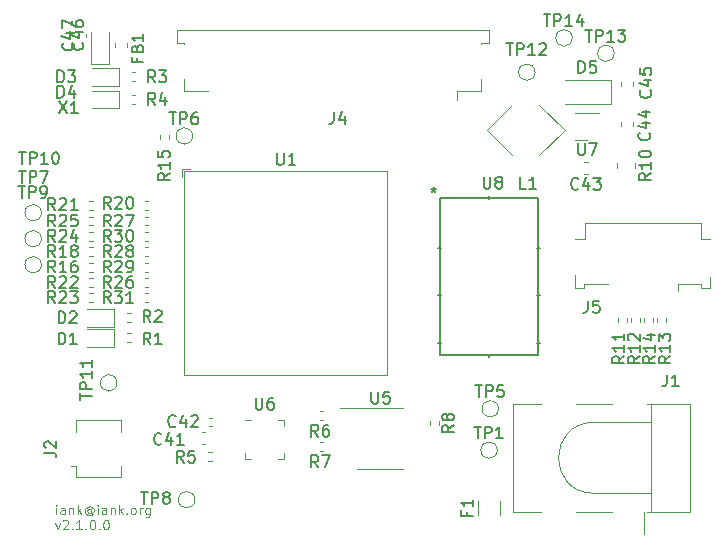
<source format=gbr>
%TF.GenerationSoftware,KiCad,Pcbnew,5.1.8-db9833491~88~ubuntu20.04.1*%
%TF.CreationDate,2021-01-09T17:29:30-05:00*%
%TF.ProjectId,julia_v2.1.0.0,6a756c69-615f-4763-922e-312e302e302e,rev?*%
%TF.SameCoordinates,Original*%
%TF.FileFunction,Legend,Top*%
%TF.FilePolarity,Positive*%
%FSLAX46Y46*%
G04 Gerber Fmt 4.6, Leading zero omitted, Abs format (unit mm)*
G04 Created by KiCad (PCBNEW 5.1.8-db9833491~88~ubuntu20.04.1) date 2021-01-09 17:29:30*
%MOMM*%
%LPD*%
G01*
G04 APERTURE LIST*
%ADD10C,0.100000*%
%ADD11C,0.120000*%
%ADD12C,0.152400*%
%ADD13C,0.150000*%
G04 APERTURE END LIST*
D10*
X81655476Y-130311904D02*
X81655476Y-129778571D01*
X81655476Y-129511904D02*
X81617380Y-129550000D01*
X81655476Y-129588095D01*
X81693571Y-129550000D01*
X81655476Y-129511904D01*
X81655476Y-129588095D01*
X82379285Y-130311904D02*
X82379285Y-129892857D01*
X82341190Y-129816666D01*
X82265000Y-129778571D01*
X82112619Y-129778571D01*
X82036428Y-129816666D01*
X82379285Y-130273809D02*
X82303095Y-130311904D01*
X82112619Y-130311904D01*
X82036428Y-130273809D01*
X81998333Y-130197619D01*
X81998333Y-130121428D01*
X82036428Y-130045238D01*
X82112619Y-130007142D01*
X82303095Y-130007142D01*
X82379285Y-129969047D01*
X82760238Y-129778571D02*
X82760238Y-130311904D01*
X82760238Y-129854761D02*
X82798333Y-129816666D01*
X82874523Y-129778571D01*
X82988809Y-129778571D01*
X83065000Y-129816666D01*
X83103095Y-129892857D01*
X83103095Y-130311904D01*
X83484047Y-130311904D02*
X83484047Y-129511904D01*
X83560238Y-130007142D02*
X83788809Y-130311904D01*
X83788809Y-129778571D02*
X83484047Y-130083333D01*
X84626904Y-129930952D02*
X84588809Y-129892857D01*
X84512619Y-129854761D01*
X84436428Y-129854761D01*
X84360238Y-129892857D01*
X84322142Y-129930952D01*
X84284047Y-130007142D01*
X84284047Y-130083333D01*
X84322142Y-130159523D01*
X84360238Y-130197619D01*
X84436428Y-130235714D01*
X84512619Y-130235714D01*
X84588809Y-130197619D01*
X84626904Y-130159523D01*
X84626904Y-129854761D02*
X84626904Y-130159523D01*
X84665000Y-130197619D01*
X84703095Y-130197619D01*
X84779285Y-130159523D01*
X84817380Y-130083333D01*
X84817380Y-129892857D01*
X84741190Y-129778571D01*
X84626904Y-129702380D01*
X84474523Y-129664285D01*
X84322142Y-129702380D01*
X84207857Y-129778571D01*
X84131666Y-129892857D01*
X84093571Y-130045238D01*
X84131666Y-130197619D01*
X84207857Y-130311904D01*
X84322142Y-130388095D01*
X84474523Y-130426190D01*
X84626904Y-130388095D01*
X84741190Y-130311904D01*
X85160238Y-130311904D02*
X85160238Y-129778571D01*
X85160238Y-129511904D02*
X85122142Y-129550000D01*
X85160238Y-129588095D01*
X85198333Y-129550000D01*
X85160238Y-129511904D01*
X85160238Y-129588095D01*
X85884047Y-130311904D02*
X85884047Y-129892857D01*
X85845952Y-129816666D01*
X85769761Y-129778571D01*
X85617380Y-129778571D01*
X85541190Y-129816666D01*
X85884047Y-130273809D02*
X85807857Y-130311904D01*
X85617380Y-130311904D01*
X85541190Y-130273809D01*
X85503095Y-130197619D01*
X85503095Y-130121428D01*
X85541190Y-130045238D01*
X85617380Y-130007142D01*
X85807857Y-130007142D01*
X85884047Y-129969047D01*
X86265000Y-129778571D02*
X86265000Y-130311904D01*
X86265000Y-129854761D02*
X86303095Y-129816666D01*
X86379285Y-129778571D01*
X86493571Y-129778571D01*
X86569761Y-129816666D01*
X86607857Y-129892857D01*
X86607857Y-130311904D01*
X86988809Y-130311904D02*
X86988809Y-129511904D01*
X87065000Y-130007142D02*
X87293571Y-130311904D01*
X87293571Y-129778571D02*
X86988809Y-130083333D01*
X87636428Y-130235714D02*
X87674523Y-130273809D01*
X87636428Y-130311904D01*
X87598333Y-130273809D01*
X87636428Y-130235714D01*
X87636428Y-130311904D01*
X88131666Y-130311904D02*
X88055476Y-130273809D01*
X88017380Y-130235714D01*
X87979285Y-130159523D01*
X87979285Y-129930952D01*
X88017380Y-129854761D01*
X88055476Y-129816666D01*
X88131666Y-129778571D01*
X88245952Y-129778571D01*
X88322142Y-129816666D01*
X88360238Y-129854761D01*
X88398333Y-129930952D01*
X88398333Y-130159523D01*
X88360238Y-130235714D01*
X88322142Y-130273809D01*
X88245952Y-130311904D01*
X88131666Y-130311904D01*
X88741190Y-130311904D02*
X88741190Y-129778571D01*
X88741190Y-129930952D02*
X88779285Y-129854761D01*
X88817380Y-129816666D01*
X88893571Y-129778571D01*
X88969761Y-129778571D01*
X89579285Y-129778571D02*
X89579285Y-130426190D01*
X89541190Y-130502380D01*
X89503095Y-130540476D01*
X89426904Y-130578571D01*
X89312619Y-130578571D01*
X89236428Y-130540476D01*
X89579285Y-130273809D02*
X89503095Y-130311904D01*
X89350714Y-130311904D01*
X89274523Y-130273809D01*
X89236428Y-130235714D01*
X89198333Y-130159523D01*
X89198333Y-129930952D01*
X89236428Y-129854761D01*
X89274523Y-129816666D01*
X89350714Y-129778571D01*
X89503095Y-129778571D01*
X89579285Y-129816666D01*
X81579285Y-131078571D02*
X81769761Y-131611904D01*
X81960238Y-131078571D01*
X82226904Y-130888095D02*
X82265000Y-130850000D01*
X82341190Y-130811904D01*
X82531666Y-130811904D01*
X82607857Y-130850000D01*
X82645952Y-130888095D01*
X82684047Y-130964285D01*
X82684047Y-131040476D01*
X82645952Y-131154761D01*
X82188809Y-131611904D01*
X82684047Y-131611904D01*
X83026904Y-131535714D02*
X83065000Y-131573809D01*
X83026904Y-131611904D01*
X82988809Y-131573809D01*
X83026904Y-131535714D01*
X83026904Y-131611904D01*
X83826904Y-131611904D02*
X83369761Y-131611904D01*
X83598333Y-131611904D02*
X83598333Y-130811904D01*
X83522142Y-130926190D01*
X83445952Y-131002380D01*
X83369761Y-131040476D01*
X84169761Y-131535714D02*
X84207857Y-131573809D01*
X84169761Y-131611904D01*
X84131666Y-131573809D01*
X84169761Y-131535714D01*
X84169761Y-131611904D01*
X84703095Y-130811904D02*
X84779285Y-130811904D01*
X84855476Y-130850000D01*
X84893571Y-130888095D01*
X84931666Y-130964285D01*
X84969761Y-131116666D01*
X84969761Y-131307142D01*
X84931666Y-131459523D01*
X84893571Y-131535714D01*
X84855476Y-131573809D01*
X84779285Y-131611904D01*
X84703095Y-131611904D01*
X84626904Y-131573809D01*
X84588809Y-131535714D01*
X84550714Y-131459523D01*
X84512619Y-131307142D01*
X84512619Y-131116666D01*
X84550714Y-130964285D01*
X84588809Y-130888095D01*
X84626904Y-130850000D01*
X84703095Y-130811904D01*
X85312619Y-131535714D02*
X85350714Y-131573809D01*
X85312619Y-131611904D01*
X85274523Y-131573809D01*
X85312619Y-131535714D01*
X85312619Y-131611904D01*
X85845952Y-130811904D02*
X85922142Y-130811904D01*
X85998333Y-130850000D01*
X86036428Y-130888095D01*
X86074523Y-130964285D01*
X86112619Y-131116666D01*
X86112619Y-131307142D01*
X86074523Y-131459523D01*
X86036428Y-131535714D01*
X85998333Y-131573809D01*
X85922142Y-131611904D01*
X85845952Y-131611904D01*
X85769761Y-131573809D01*
X85731666Y-131535714D01*
X85693571Y-131459523D01*
X85655476Y-131307142D01*
X85655476Y-131116666D01*
X85693571Y-130964285D01*
X85731666Y-130888095D01*
X85769761Y-130850000D01*
X85845952Y-130811904D01*
D11*
%TO.C,U1*%
X93000000Y-101100000D02*
X92300000Y-101100000D01*
X92300000Y-101100000D02*
X92300000Y-101800000D01*
X109700000Y-101300000D02*
X92500000Y-101300000D01*
X92500000Y-101300000D02*
X92500000Y-118500000D01*
X92500000Y-118500000D02*
X109700000Y-118500000D01*
X109700000Y-118500000D02*
X109700000Y-101300000D01*
D12*
%TO.C,U8*%
X114248700Y-107799954D02*
X113994700Y-107799954D01*
X122351300Y-107799954D02*
X122605300Y-107799954D01*
X114248700Y-111799946D02*
X113994700Y-111799946D01*
X122351300Y-111799946D02*
X122605300Y-111799946D01*
X114248700Y-115799938D02*
X113994700Y-115799938D01*
X122351300Y-115799938D02*
X122605300Y-115799938D01*
X118300000Y-103646800D02*
X118300000Y-103392800D01*
X118300000Y-116753200D02*
X118300000Y-117007200D01*
X114121700Y-116880200D02*
X122478300Y-116880200D01*
X122478300Y-116880200D02*
X122478300Y-103519800D01*
X122478300Y-103519800D02*
X114121700Y-103519800D01*
X114121700Y-103519800D02*
X114121700Y-116880200D01*
D11*
%TO.C,U7*%
X126600000Y-98610000D02*
X125600000Y-98610000D01*
X127600000Y-96390000D02*
X125600000Y-96390000D01*
%TO.C,U6*%
X100450000Y-122350000D02*
X100950000Y-122350000D01*
X100950000Y-122350000D02*
X100950000Y-122850000D01*
X98130000Y-125670000D02*
X97630000Y-125670000D01*
X97630000Y-125670000D02*
X97630000Y-125170000D01*
X100450000Y-125670000D02*
X100950000Y-125670000D01*
X100950000Y-125670000D02*
X100950000Y-125170000D01*
X97630000Y-122350000D02*
X98130000Y-122350000D01*
%TO.C,U5*%
X109100000Y-126460000D02*
X111050000Y-126460000D01*
X109100000Y-126460000D02*
X107150000Y-126460000D01*
X109100000Y-121340000D02*
X111050000Y-121340000D01*
X109100000Y-121340000D02*
X105650000Y-121340000D01*
%TO.C,TP14*%
X125350000Y-90000000D02*
G75*
G03*
X125350000Y-90000000I-700000J0D01*
G01*
%TO.C,TP13*%
X128900000Y-91300000D02*
G75*
G03*
X128900000Y-91300000I-700000J0D01*
G01*
%TO.C,TP12*%
X122200000Y-92900000D02*
G75*
G03*
X122200000Y-92900000I-700000J0D01*
G01*
%TO.C,TP11*%
X86800000Y-119200000D02*
G75*
G03*
X86800000Y-119200000I-700000J0D01*
G01*
%TO.C,TP10*%
X80400000Y-104800000D02*
G75*
G03*
X80400000Y-104800000I-700000J0D01*
G01*
%TO.C,TP9*%
X80400000Y-109200000D02*
G75*
G03*
X80400000Y-109200000I-700000J0D01*
G01*
%TO.C,TP8*%
X93400000Y-129100000D02*
G75*
G03*
X93400000Y-129100000I-700000J0D01*
G01*
%TO.C,TP7*%
X80400000Y-107000000D02*
G75*
G03*
X80400000Y-107000000I-700000J0D01*
G01*
%TO.C,TP6*%
X93200000Y-98300000D02*
G75*
G03*
X93200000Y-98300000I-700000J0D01*
G01*
%TO.C,TP5*%
X119100000Y-121400000D02*
G75*
G03*
X119100000Y-121400000I-700000J0D01*
G01*
%TO.C,TP1*%
X119000000Y-124900000D02*
G75*
G03*
X119000000Y-124900000I-700000J0D01*
G01*
%TO.C,R31*%
X89136359Y-111620000D02*
X89443641Y-111620000D01*
X89136359Y-112380000D02*
X89443641Y-112380000D01*
%TO.C,R30*%
X89146359Y-106420000D02*
X89453641Y-106420000D01*
X89146359Y-107180000D02*
X89453641Y-107180000D01*
%TO.C,R29*%
X89146359Y-109020000D02*
X89453641Y-109020000D01*
X89146359Y-109780000D02*
X89453641Y-109780000D01*
%TO.C,R28*%
X89146359Y-107720000D02*
X89453641Y-107720000D01*
X89146359Y-108480000D02*
X89453641Y-108480000D01*
%TO.C,R27*%
X89146359Y-105120000D02*
X89453641Y-105120000D01*
X89146359Y-105880000D02*
X89453641Y-105880000D01*
%TO.C,R26*%
X89453641Y-111080000D02*
X89146359Y-111080000D01*
X89453641Y-110320000D02*
X89146359Y-110320000D01*
%TO.C,R25*%
X84753641Y-105880000D02*
X84446359Y-105880000D01*
X84753641Y-105120000D02*
X84446359Y-105120000D01*
%TO.C,R24*%
X84753641Y-107180000D02*
X84446359Y-107180000D01*
X84753641Y-106420000D02*
X84446359Y-106420000D01*
%TO.C,R23*%
X84753641Y-112380000D02*
X84446359Y-112380000D01*
X84753641Y-111620000D02*
X84446359Y-111620000D01*
%TO.C,R22*%
X84456359Y-110320000D02*
X84763641Y-110320000D01*
X84456359Y-111080000D02*
X84763641Y-111080000D01*
%TO.C,R21*%
X84446359Y-103820000D02*
X84753641Y-103820000D01*
X84446359Y-104580000D02*
X84753641Y-104580000D01*
%TO.C,R20*%
X89146359Y-103820000D02*
X89453641Y-103820000D01*
X89146359Y-104580000D02*
X89453641Y-104580000D01*
%TO.C,R18*%
X84446359Y-107720000D02*
X84753641Y-107720000D01*
X84446359Y-108480000D02*
X84753641Y-108480000D01*
%TO.C,R16*%
X84753641Y-109780000D02*
X84446359Y-109780000D01*
X84753641Y-109020000D02*
X84446359Y-109020000D01*
%TO.C,R15*%
X90420000Y-98553641D02*
X90420000Y-98246359D01*
X91180000Y-98553641D02*
X91180000Y-98246359D01*
%TO.C,R14*%
X131420000Y-114053641D02*
X131420000Y-113746359D01*
X132180000Y-114053641D02*
X132180000Y-113746359D01*
%TO.C,R13*%
X133280000Y-113746359D02*
X133280000Y-114053641D01*
X132520000Y-113746359D02*
X132520000Y-114053641D01*
%TO.C,R12*%
X130320000Y-114053641D02*
X130320000Y-113746359D01*
X131080000Y-114053641D02*
X131080000Y-113746359D01*
%TO.C,R11*%
X129220000Y-114053641D02*
X129220000Y-113746359D01*
X129980000Y-114053641D02*
X129980000Y-113746359D01*
%TO.C,R10*%
X130635000Y-100572936D02*
X130635000Y-101027064D01*
X129165000Y-100572936D02*
X129165000Y-101027064D01*
%TO.C,R8*%
X114080000Y-122446359D02*
X114080000Y-122753641D01*
X113320000Y-122446359D02*
X113320000Y-122753641D01*
%TO.C,R7*%
X103946359Y-124220000D02*
X104253641Y-124220000D01*
X103946359Y-124980000D02*
X104253641Y-124980000D01*
%TO.C,R6*%
X103946359Y-121620000D02*
X104253641Y-121620000D01*
X103946359Y-122380000D02*
X104253641Y-122380000D01*
%TO.C,R5*%
X94546359Y-125020000D02*
X94853641Y-125020000D01*
X94546359Y-125780000D02*
X94853641Y-125780000D01*
%TO.C,R4*%
X88056359Y-94820000D02*
X88363641Y-94820000D01*
X88056359Y-95580000D02*
X88363641Y-95580000D01*
%TO.C,R3*%
X88046359Y-92920000D02*
X88353641Y-92920000D01*
X88046359Y-93680000D02*
X88353641Y-93680000D01*
%TO.C,R2*%
X87646359Y-113320000D02*
X87953641Y-113320000D01*
X87646359Y-114080000D02*
X87953641Y-114080000D01*
%TO.C,R1*%
X87646359Y-115020000D02*
X87953641Y-115020000D01*
X87646359Y-115780000D02*
X87953641Y-115780000D01*
%TO.C,L1*%
X124700000Y-97800000D02*
X122550000Y-95650000D01*
X124700000Y-97800000D02*
X122550000Y-99950000D01*
X118100000Y-97800000D02*
X120250000Y-99950000D01*
X118100000Y-97800000D02*
X120250000Y-95700000D01*
%TO.C,J5*%
X134260000Y-111410000D02*
X134260000Y-110820000D01*
X134260000Y-110820000D02*
X136240000Y-110820000D01*
X136240000Y-110820000D02*
X136240000Y-111170000D01*
X136240000Y-111170000D02*
X137010000Y-111170000D01*
X137010000Y-111170000D02*
X137010000Y-110200000D01*
X137010000Y-107000000D02*
X136210000Y-107000000D01*
X136210000Y-107000000D02*
X136210000Y-105700000D01*
X136210000Y-105700000D02*
X126390000Y-105700000D01*
X126390000Y-105700000D02*
X126390000Y-107000000D01*
X126390000Y-107000000D02*
X125590000Y-107000000D01*
X125590000Y-110100000D02*
X125590000Y-111170000D01*
X125590000Y-111170000D02*
X126360000Y-111170000D01*
X126360000Y-111170000D02*
X126360000Y-110820000D01*
X126360000Y-110820000D02*
X128340000Y-110820000D01*
%TO.C,J4*%
X115610000Y-94460000D02*
X117660000Y-94460000D01*
X115610000Y-94460000D02*
X115610000Y-95240000D01*
X117660000Y-94460000D02*
X117660000Y-93460000D01*
X92440000Y-94460000D02*
X92440000Y-93460000D01*
X92440000Y-94460000D02*
X94490000Y-94460000D01*
X92440000Y-90460000D02*
X91840000Y-90460000D01*
X92440000Y-90460000D02*
X92440000Y-90540000D01*
X91840000Y-90460000D02*
X91840000Y-89340000D01*
X91840000Y-89340000D02*
X118260000Y-89340000D01*
X118260000Y-90460000D02*
X118260000Y-89340000D01*
X118260000Y-90460000D02*
X117660000Y-90460000D01*
X117660000Y-90460000D02*
X117660000Y-90540000D01*
%TO.C,J2*%
X87110000Y-126210000D02*
X87110000Y-127210000D01*
X87110000Y-127210000D02*
X83290000Y-127210000D01*
X83290000Y-127210000D02*
X83290000Y-126210000D01*
X83290000Y-126210000D02*
X82866667Y-126210000D01*
X87110000Y-123390000D02*
X87110000Y-122390000D01*
X87110000Y-122390000D02*
X83290000Y-122390000D01*
X83290000Y-122390000D02*
X83290000Y-123390000D01*
%TO.C,J1*%
X127180000Y-128550000D02*
G75*
G02*
X127180000Y-122550000I0J3000000D01*
G01*
X131450000Y-132020000D02*
X131450000Y-130120000D01*
X135290000Y-130110000D02*
X131680000Y-130110000D01*
X120370000Y-120990000D02*
X120370000Y-130110000D01*
X128680000Y-130110000D02*
X125680000Y-130110000D01*
X122680000Y-130110000D02*
X120370000Y-130110000D01*
X122680000Y-120990000D02*
X120370000Y-120990000D01*
X128680000Y-120990000D02*
X125680000Y-120990000D01*
X135290000Y-120990000D02*
X131680000Y-120990000D01*
X135290000Y-120990000D02*
X135290000Y-130110000D01*
X131980000Y-120990000D02*
X131980000Y-130110000D01*
X131980000Y-128550000D02*
X127180000Y-128550000D01*
X131980000Y-122550000D02*
X127180000Y-122550000D01*
%TO.C,FB1*%
X87660000Y-90437221D02*
X87660000Y-90762779D01*
X86640000Y-90437221D02*
X86640000Y-90762779D01*
%TO.C,F1*%
X117390000Y-130402064D02*
X117390000Y-129197936D01*
X119210000Y-130402064D02*
X119210000Y-129197936D01*
%TO.C,D5*%
X128650000Y-95600000D02*
X128650000Y-93600000D01*
X128650000Y-93600000D02*
X124750000Y-93600000D01*
X128650000Y-95600000D02*
X124750000Y-95600000D01*
%TO.C,D4*%
X84700000Y-95935000D02*
X86985000Y-95935000D01*
X86985000Y-95935000D02*
X86985000Y-94465000D01*
X86985000Y-94465000D02*
X84700000Y-94465000D01*
%TO.C,D3*%
X84700000Y-94035000D02*
X86985000Y-94035000D01*
X86985000Y-94035000D02*
X86985000Y-92565000D01*
X86985000Y-92565000D02*
X84700000Y-92565000D01*
%TO.C,D2*%
X84300000Y-114435000D02*
X86585000Y-114435000D01*
X86585000Y-114435000D02*
X86585000Y-112965000D01*
X86585000Y-112965000D02*
X84300000Y-112965000D01*
%TO.C,D1*%
X84300000Y-116135000D02*
X86585000Y-116135000D01*
X86585000Y-116135000D02*
X86585000Y-114665000D01*
X86585000Y-114665000D02*
X84300000Y-114665000D01*
%TO.C,C47*%
X83490000Y-89907836D02*
X83490000Y-89692164D01*
X84210000Y-89907836D02*
X84210000Y-89692164D01*
%TO.C,C46*%
X84565000Y-89500000D02*
X84565000Y-92210000D01*
X84565000Y-92210000D02*
X86135000Y-92210000D01*
X86135000Y-92210000D02*
X86135000Y-89500000D01*
%TO.C,C45*%
X129490000Y-94040580D02*
X129490000Y-93759420D01*
X130510000Y-94040580D02*
X130510000Y-93759420D01*
%TO.C,C44*%
X129490000Y-97440580D02*
X129490000Y-97159420D01*
X130510000Y-97440580D02*
X130510000Y-97159420D01*
%TO.C,C43*%
X126359420Y-100490000D02*
X126640580Y-100490000D01*
X126359420Y-101510000D02*
X126640580Y-101510000D01*
%TO.C,C42*%
X94807836Y-122860000D02*
X94592164Y-122860000D01*
X94807836Y-122140000D02*
X94592164Y-122140000D01*
%TO.C,C41*%
X94240580Y-124410000D02*
X93959420Y-124410000D01*
X94240580Y-123390000D02*
X93959420Y-123390000D01*
%TO.C,U1*%
D13*
X100338095Y-99752380D02*
X100338095Y-100561904D01*
X100385714Y-100657142D01*
X100433333Y-100704761D01*
X100528571Y-100752380D01*
X100719047Y-100752380D01*
X100814285Y-100704761D01*
X100861904Y-100657142D01*
X100909523Y-100561904D01*
X100909523Y-99752380D01*
X101909523Y-100752380D02*
X101338095Y-100752380D01*
X101623809Y-100752380D02*
X101623809Y-99752380D01*
X101528571Y-99895238D01*
X101433333Y-99990476D01*
X101338095Y-100038095D01*
%TO.C,U8*%
X117838095Y-101752380D02*
X117838095Y-102561904D01*
X117885714Y-102657142D01*
X117933333Y-102704761D01*
X118028571Y-102752380D01*
X118219047Y-102752380D01*
X118314285Y-102704761D01*
X118361904Y-102657142D01*
X118409523Y-102561904D01*
X118409523Y-101752380D01*
X119028571Y-102180952D02*
X118933333Y-102133333D01*
X118885714Y-102085714D01*
X118838095Y-101990476D01*
X118838095Y-101942857D01*
X118885714Y-101847619D01*
X118933333Y-101800000D01*
X119028571Y-101752380D01*
X119219047Y-101752380D01*
X119314285Y-101800000D01*
X119361904Y-101847619D01*
X119409523Y-101942857D01*
X119409523Y-101990476D01*
X119361904Y-102085714D01*
X119314285Y-102133333D01*
X119219047Y-102180952D01*
X119028571Y-102180952D01*
X118933333Y-102228571D01*
X118885714Y-102276190D01*
X118838095Y-102371428D01*
X118838095Y-102561904D01*
X118885714Y-102657142D01*
X118933333Y-102704761D01*
X119028571Y-102752380D01*
X119219047Y-102752380D01*
X119314285Y-102704761D01*
X119361904Y-102657142D01*
X119409523Y-102561904D01*
X119409523Y-102371428D01*
X119361904Y-102276190D01*
X119314285Y-102228571D01*
X119219047Y-102180952D01*
X113600000Y-102652380D02*
X113600000Y-102890476D01*
X113361904Y-102795238D02*
X113600000Y-102890476D01*
X113838095Y-102795238D01*
X113457142Y-103080952D02*
X113600000Y-102890476D01*
X113742857Y-103080952D01*
%TO.C,X1*%
X81890476Y-95352380D02*
X82557142Y-96352380D01*
X82557142Y-95352380D02*
X81890476Y-96352380D01*
X83461904Y-96352380D02*
X82890476Y-96352380D01*
X83176190Y-96352380D02*
X83176190Y-95352380D01*
X83080952Y-95495238D01*
X82985714Y-95590476D01*
X82890476Y-95638095D01*
%TO.C,U7*%
X125838095Y-98902380D02*
X125838095Y-99711904D01*
X125885714Y-99807142D01*
X125933333Y-99854761D01*
X126028571Y-99902380D01*
X126219047Y-99902380D01*
X126314285Y-99854761D01*
X126361904Y-99807142D01*
X126409523Y-99711904D01*
X126409523Y-98902380D01*
X126790476Y-98902380D02*
X127457142Y-98902380D01*
X127028571Y-99902380D01*
%TO.C,U6*%
X98528095Y-120462380D02*
X98528095Y-121271904D01*
X98575714Y-121367142D01*
X98623333Y-121414761D01*
X98718571Y-121462380D01*
X98909047Y-121462380D01*
X99004285Y-121414761D01*
X99051904Y-121367142D01*
X99099523Y-121271904D01*
X99099523Y-120462380D01*
X100004285Y-120462380D02*
X99813809Y-120462380D01*
X99718571Y-120510000D01*
X99670952Y-120557619D01*
X99575714Y-120700476D01*
X99528095Y-120890952D01*
X99528095Y-121271904D01*
X99575714Y-121367142D01*
X99623333Y-121414761D01*
X99718571Y-121462380D01*
X99909047Y-121462380D01*
X100004285Y-121414761D01*
X100051904Y-121367142D01*
X100099523Y-121271904D01*
X100099523Y-121033809D01*
X100051904Y-120938571D01*
X100004285Y-120890952D01*
X99909047Y-120843333D01*
X99718571Y-120843333D01*
X99623333Y-120890952D01*
X99575714Y-120938571D01*
X99528095Y-121033809D01*
%TO.C,U5*%
X108338095Y-119952380D02*
X108338095Y-120761904D01*
X108385714Y-120857142D01*
X108433333Y-120904761D01*
X108528571Y-120952380D01*
X108719047Y-120952380D01*
X108814285Y-120904761D01*
X108861904Y-120857142D01*
X108909523Y-120761904D01*
X108909523Y-119952380D01*
X109861904Y-119952380D02*
X109385714Y-119952380D01*
X109338095Y-120428571D01*
X109385714Y-120380952D01*
X109480952Y-120333333D01*
X109719047Y-120333333D01*
X109814285Y-120380952D01*
X109861904Y-120428571D01*
X109909523Y-120523809D01*
X109909523Y-120761904D01*
X109861904Y-120857142D01*
X109814285Y-120904761D01*
X109719047Y-120952380D01*
X109480952Y-120952380D01*
X109385714Y-120904761D01*
X109338095Y-120857142D01*
%TO.C,TP14*%
X122911904Y-88004380D02*
X123483333Y-88004380D01*
X123197619Y-89004380D02*
X123197619Y-88004380D01*
X123816666Y-89004380D02*
X123816666Y-88004380D01*
X124197619Y-88004380D01*
X124292857Y-88052000D01*
X124340476Y-88099619D01*
X124388095Y-88194857D01*
X124388095Y-88337714D01*
X124340476Y-88432952D01*
X124292857Y-88480571D01*
X124197619Y-88528190D01*
X123816666Y-88528190D01*
X125340476Y-89004380D02*
X124769047Y-89004380D01*
X125054761Y-89004380D02*
X125054761Y-88004380D01*
X124959523Y-88147238D01*
X124864285Y-88242476D01*
X124769047Y-88290095D01*
X126197619Y-88337714D02*
X126197619Y-89004380D01*
X125959523Y-87956761D02*
X125721428Y-88671047D01*
X126340476Y-88671047D01*
%TO.C,TP13*%
X126461904Y-89304380D02*
X127033333Y-89304380D01*
X126747619Y-90304380D02*
X126747619Y-89304380D01*
X127366666Y-90304380D02*
X127366666Y-89304380D01*
X127747619Y-89304380D01*
X127842857Y-89352000D01*
X127890476Y-89399619D01*
X127938095Y-89494857D01*
X127938095Y-89637714D01*
X127890476Y-89732952D01*
X127842857Y-89780571D01*
X127747619Y-89828190D01*
X127366666Y-89828190D01*
X128890476Y-90304380D02*
X128319047Y-90304380D01*
X128604761Y-90304380D02*
X128604761Y-89304380D01*
X128509523Y-89447238D01*
X128414285Y-89542476D01*
X128319047Y-89590095D01*
X129223809Y-89304380D02*
X129842857Y-89304380D01*
X129509523Y-89685333D01*
X129652380Y-89685333D01*
X129747619Y-89732952D01*
X129795238Y-89780571D01*
X129842857Y-89875809D01*
X129842857Y-90113904D01*
X129795238Y-90209142D01*
X129747619Y-90256761D01*
X129652380Y-90304380D01*
X129366666Y-90304380D01*
X129271428Y-90256761D01*
X129223809Y-90209142D01*
%TO.C,TP12*%
X119761904Y-90452380D02*
X120333333Y-90452380D01*
X120047619Y-91452380D02*
X120047619Y-90452380D01*
X120666666Y-91452380D02*
X120666666Y-90452380D01*
X121047619Y-90452380D01*
X121142857Y-90500000D01*
X121190476Y-90547619D01*
X121238095Y-90642857D01*
X121238095Y-90785714D01*
X121190476Y-90880952D01*
X121142857Y-90928571D01*
X121047619Y-90976190D01*
X120666666Y-90976190D01*
X122190476Y-91452380D02*
X121619047Y-91452380D01*
X121904761Y-91452380D02*
X121904761Y-90452380D01*
X121809523Y-90595238D01*
X121714285Y-90690476D01*
X121619047Y-90738095D01*
X122571428Y-90547619D02*
X122619047Y-90500000D01*
X122714285Y-90452380D01*
X122952380Y-90452380D01*
X123047619Y-90500000D01*
X123095238Y-90547619D01*
X123142857Y-90642857D01*
X123142857Y-90738095D01*
X123095238Y-90880952D01*
X122523809Y-91452380D01*
X123142857Y-91452380D01*
%TO.C,TP11*%
X83652380Y-120638095D02*
X83652380Y-120066666D01*
X84652380Y-120352380D02*
X83652380Y-120352380D01*
X84652380Y-119733333D02*
X83652380Y-119733333D01*
X83652380Y-119352380D01*
X83700000Y-119257142D01*
X83747619Y-119209523D01*
X83842857Y-119161904D01*
X83985714Y-119161904D01*
X84080952Y-119209523D01*
X84128571Y-119257142D01*
X84176190Y-119352380D01*
X84176190Y-119733333D01*
X84652380Y-118209523D02*
X84652380Y-118780952D01*
X84652380Y-118495238D02*
X83652380Y-118495238D01*
X83795238Y-118590476D01*
X83890476Y-118685714D01*
X83938095Y-118780952D01*
X84652380Y-117257142D02*
X84652380Y-117828571D01*
X84652380Y-117542857D02*
X83652380Y-117542857D01*
X83795238Y-117638095D01*
X83890476Y-117733333D01*
X83938095Y-117828571D01*
%TO.C,TP10*%
X78511904Y-99652380D02*
X79083333Y-99652380D01*
X78797619Y-100652380D02*
X78797619Y-99652380D01*
X79416666Y-100652380D02*
X79416666Y-99652380D01*
X79797619Y-99652380D01*
X79892857Y-99700000D01*
X79940476Y-99747619D01*
X79988095Y-99842857D01*
X79988095Y-99985714D01*
X79940476Y-100080952D01*
X79892857Y-100128571D01*
X79797619Y-100176190D01*
X79416666Y-100176190D01*
X80940476Y-100652380D02*
X80369047Y-100652380D01*
X80654761Y-100652380D02*
X80654761Y-99652380D01*
X80559523Y-99795238D01*
X80464285Y-99890476D01*
X80369047Y-99938095D01*
X81559523Y-99652380D02*
X81654761Y-99652380D01*
X81750000Y-99700000D01*
X81797619Y-99747619D01*
X81845238Y-99842857D01*
X81892857Y-100033333D01*
X81892857Y-100271428D01*
X81845238Y-100461904D01*
X81797619Y-100557142D01*
X81750000Y-100604761D01*
X81654761Y-100652380D01*
X81559523Y-100652380D01*
X81464285Y-100604761D01*
X81416666Y-100557142D01*
X81369047Y-100461904D01*
X81321428Y-100271428D01*
X81321428Y-100033333D01*
X81369047Y-99842857D01*
X81416666Y-99747619D01*
X81464285Y-99700000D01*
X81559523Y-99652380D01*
%TO.C,TP9*%
X78438095Y-102552380D02*
X79009523Y-102552380D01*
X78723809Y-103552380D02*
X78723809Y-102552380D01*
X79342857Y-103552380D02*
X79342857Y-102552380D01*
X79723809Y-102552380D01*
X79819047Y-102600000D01*
X79866666Y-102647619D01*
X79914285Y-102742857D01*
X79914285Y-102885714D01*
X79866666Y-102980952D01*
X79819047Y-103028571D01*
X79723809Y-103076190D01*
X79342857Y-103076190D01*
X80390476Y-103552380D02*
X80580952Y-103552380D01*
X80676190Y-103504761D01*
X80723809Y-103457142D01*
X80819047Y-103314285D01*
X80866666Y-103123809D01*
X80866666Y-102742857D01*
X80819047Y-102647619D01*
X80771428Y-102600000D01*
X80676190Y-102552380D01*
X80485714Y-102552380D01*
X80390476Y-102600000D01*
X80342857Y-102647619D01*
X80295238Y-102742857D01*
X80295238Y-102980952D01*
X80342857Y-103076190D01*
X80390476Y-103123809D01*
X80485714Y-103171428D01*
X80676190Y-103171428D01*
X80771428Y-103123809D01*
X80819047Y-103076190D01*
X80866666Y-102980952D01*
%TO.C,TP8*%
X88838095Y-128452380D02*
X89409523Y-128452380D01*
X89123809Y-129452380D02*
X89123809Y-128452380D01*
X89742857Y-129452380D02*
X89742857Y-128452380D01*
X90123809Y-128452380D01*
X90219047Y-128500000D01*
X90266666Y-128547619D01*
X90314285Y-128642857D01*
X90314285Y-128785714D01*
X90266666Y-128880952D01*
X90219047Y-128928571D01*
X90123809Y-128976190D01*
X89742857Y-128976190D01*
X90885714Y-128880952D02*
X90790476Y-128833333D01*
X90742857Y-128785714D01*
X90695238Y-128690476D01*
X90695238Y-128642857D01*
X90742857Y-128547619D01*
X90790476Y-128500000D01*
X90885714Y-128452380D01*
X91076190Y-128452380D01*
X91171428Y-128500000D01*
X91219047Y-128547619D01*
X91266666Y-128642857D01*
X91266666Y-128690476D01*
X91219047Y-128785714D01*
X91171428Y-128833333D01*
X91076190Y-128880952D01*
X90885714Y-128880952D01*
X90790476Y-128928571D01*
X90742857Y-128976190D01*
X90695238Y-129071428D01*
X90695238Y-129261904D01*
X90742857Y-129357142D01*
X90790476Y-129404761D01*
X90885714Y-129452380D01*
X91076190Y-129452380D01*
X91171428Y-129404761D01*
X91219047Y-129357142D01*
X91266666Y-129261904D01*
X91266666Y-129071428D01*
X91219047Y-128976190D01*
X91171428Y-128928571D01*
X91076190Y-128880952D01*
%TO.C,TP7*%
X78488095Y-101252380D02*
X79059523Y-101252380D01*
X78773809Y-102252380D02*
X78773809Y-101252380D01*
X79392857Y-102252380D02*
X79392857Y-101252380D01*
X79773809Y-101252380D01*
X79869047Y-101300000D01*
X79916666Y-101347619D01*
X79964285Y-101442857D01*
X79964285Y-101585714D01*
X79916666Y-101680952D01*
X79869047Y-101728571D01*
X79773809Y-101776190D01*
X79392857Y-101776190D01*
X80297619Y-101252380D02*
X80964285Y-101252380D01*
X80535714Y-102252380D01*
%TO.C,TP6*%
X91238095Y-96304380D02*
X91809523Y-96304380D01*
X91523809Y-97304380D02*
X91523809Y-96304380D01*
X92142857Y-97304380D02*
X92142857Y-96304380D01*
X92523809Y-96304380D01*
X92619047Y-96352000D01*
X92666666Y-96399619D01*
X92714285Y-96494857D01*
X92714285Y-96637714D01*
X92666666Y-96732952D01*
X92619047Y-96780571D01*
X92523809Y-96828190D01*
X92142857Y-96828190D01*
X93571428Y-96304380D02*
X93380952Y-96304380D01*
X93285714Y-96352000D01*
X93238095Y-96399619D01*
X93142857Y-96542476D01*
X93095238Y-96732952D01*
X93095238Y-97113904D01*
X93142857Y-97209142D01*
X93190476Y-97256761D01*
X93285714Y-97304380D01*
X93476190Y-97304380D01*
X93571428Y-97256761D01*
X93619047Y-97209142D01*
X93666666Y-97113904D01*
X93666666Y-96875809D01*
X93619047Y-96780571D01*
X93571428Y-96732952D01*
X93476190Y-96685333D01*
X93285714Y-96685333D01*
X93190476Y-96732952D01*
X93142857Y-96780571D01*
X93095238Y-96875809D01*
%TO.C,TP5*%
X117138095Y-119404380D02*
X117709523Y-119404380D01*
X117423809Y-120404380D02*
X117423809Y-119404380D01*
X118042857Y-120404380D02*
X118042857Y-119404380D01*
X118423809Y-119404380D01*
X118519047Y-119452000D01*
X118566666Y-119499619D01*
X118614285Y-119594857D01*
X118614285Y-119737714D01*
X118566666Y-119832952D01*
X118519047Y-119880571D01*
X118423809Y-119928190D01*
X118042857Y-119928190D01*
X119519047Y-119404380D02*
X119042857Y-119404380D01*
X118995238Y-119880571D01*
X119042857Y-119832952D01*
X119138095Y-119785333D01*
X119376190Y-119785333D01*
X119471428Y-119832952D01*
X119519047Y-119880571D01*
X119566666Y-119975809D01*
X119566666Y-120213904D01*
X119519047Y-120309142D01*
X119471428Y-120356761D01*
X119376190Y-120404380D01*
X119138095Y-120404380D01*
X119042857Y-120356761D01*
X118995238Y-120309142D01*
%TO.C,TP1*%
X117038095Y-122904380D02*
X117609523Y-122904380D01*
X117323809Y-123904380D02*
X117323809Y-122904380D01*
X117942857Y-123904380D02*
X117942857Y-122904380D01*
X118323809Y-122904380D01*
X118419047Y-122952000D01*
X118466666Y-122999619D01*
X118514285Y-123094857D01*
X118514285Y-123237714D01*
X118466666Y-123332952D01*
X118419047Y-123380571D01*
X118323809Y-123428190D01*
X117942857Y-123428190D01*
X119466666Y-123904380D02*
X118895238Y-123904380D01*
X119180952Y-123904380D02*
X119180952Y-122904380D01*
X119085714Y-123047238D01*
X118990476Y-123142476D01*
X118895238Y-123190095D01*
%TO.C,R31*%
X86257142Y-112452380D02*
X85923809Y-111976190D01*
X85685714Y-112452380D02*
X85685714Y-111452380D01*
X86066666Y-111452380D01*
X86161904Y-111500000D01*
X86209523Y-111547619D01*
X86257142Y-111642857D01*
X86257142Y-111785714D01*
X86209523Y-111880952D01*
X86161904Y-111928571D01*
X86066666Y-111976190D01*
X85685714Y-111976190D01*
X86590476Y-111452380D02*
X87209523Y-111452380D01*
X86876190Y-111833333D01*
X87019047Y-111833333D01*
X87114285Y-111880952D01*
X87161904Y-111928571D01*
X87209523Y-112023809D01*
X87209523Y-112261904D01*
X87161904Y-112357142D01*
X87114285Y-112404761D01*
X87019047Y-112452380D01*
X86733333Y-112452380D01*
X86638095Y-112404761D01*
X86590476Y-112357142D01*
X88161904Y-112452380D02*
X87590476Y-112452380D01*
X87876190Y-112452380D02*
X87876190Y-111452380D01*
X87780952Y-111595238D01*
X87685714Y-111690476D01*
X87590476Y-111738095D01*
%TO.C,R30*%
X86257142Y-107252380D02*
X85923809Y-106776190D01*
X85685714Y-107252380D02*
X85685714Y-106252380D01*
X86066666Y-106252380D01*
X86161904Y-106300000D01*
X86209523Y-106347619D01*
X86257142Y-106442857D01*
X86257142Y-106585714D01*
X86209523Y-106680952D01*
X86161904Y-106728571D01*
X86066666Y-106776190D01*
X85685714Y-106776190D01*
X86590476Y-106252380D02*
X87209523Y-106252380D01*
X86876190Y-106633333D01*
X87019047Y-106633333D01*
X87114285Y-106680952D01*
X87161904Y-106728571D01*
X87209523Y-106823809D01*
X87209523Y-107061904D01*
X87161904Y-107157142D01*
X87114285Y-107204761D01*
X87019047Y-107252380D01*
X86733333Y-107252380D01*
X86638095Y-107204761D01*
X86590476Y-107157142D01*
X87828571Y-106252380D02*
X87923809Y-106252380D01*
X88019047Y-106300000D01*
X88066666Y-106347619D01*
X88114285Y-106442857D01*
X88161904Y-106633333D01*
X88161904Y-106871428D01*
X88114285Y-107061904D01*
X88066666Y-107157142D01*
X88019047Y-107204761D01*
X87923809Y-107252380D01*
X87828571Y-107252380D01*
X87733333Y-107204761D01*
X87685714Y-107157142D01*
X87638095Y-107061904D01*
X87590476Y-106871428D01*
X87590476Y-106633333D01*
X87638095Y-106442857D01*
X87685714Y-106347619D01*
X87733333Y-106300000D01*
X87828571Y-106252380D01*
%TO.C,R29*%
X86257142Y-109852380D02*
X85923809Y-109376190D01*
X85685714Y-109852380D02*
X85685714Y-108852380D01*
X86066666Y-108852380D01*
X86161904Y-108900000D01*
X86209523Y-108947619D01*
X86257142Y-109042857D01*
X86257142Y-109185714D01*
X86209523Y-109280952D01*
X86161904Y-109328571D01*
X86066666Y-109376190D01*
X85685714Y-109376190D01*
X86638095Y-108947619D02*
X86685714Y-108900000D01*
X86780952Y-108852380D01*
X87019047Y-108852380D01*
X87114285Y-108900000D01*
X87161904Y-108947619D01*
X87209523Y-109042857D01*
X87209523Y-109138095D01*
X87161904Y-109280952D01*
X86590476Y-109852380D01*
X87209523Y-109852380D01*
X87685714Y-109852380D02*
X87876190Y-109852380D01*
X87971428Y-109804761D01*
X88019047Y-109757142D01*
X88114285Y-109614285D01*
X88161904Y-109423809D01*
X88161904Y-109042857D01*
X88114285Y-108947619D01*
X88066666Y-108900000D01*
X87971428Y-108852380D01*
X87780952Y-108852380D01*
X87685714Y-108900000D01*
X87638095Y-108947619D01*
X87590476Y-109042857D01*
X87590476Y-109280952D01*
X87638095Y-109376190D01*
X87685714Y-109423809D01*
X87780952Y-109471428D01*
X87971428Y-109471428D01*
X88066666Y-109423809D01*
X88114285Y-109376190D01*
X88161904Y-109280952D01*
%TO.C,R28*%
X86267142Y-108552380D02*
X85933809Y-108076190D01*
X85695714Y-108552380D02*
X85695714Y-107552380D01*
X86076666Y-107552380D01*
X86171904Y-107600000D01*
X86219523Y-107647619D01*
X86267142Y-107742857D01*
X86267142Y-107885714D01*
X86219523Y-107980952D01*
X86171904Y-108028571D01*
X86076666Y-108076190D01*
X85695714Y-108076190D01*
X86648095Y-107647619D02*
X86695714Y-107600000D01*
X86790952Y-107552380D01*
X87029047Y-107552380D01*
X87124285Y-107600000D01*
X87171904Y-107647619D01*
X87219523Y-107742857D01*
X87219523Y-107838095D01*
X87171904Y-107980952D01*
X86600476Y-108552380D01*
X87219523Y-108552380D01*
X87790952Y-107980952D02*
X87695714Y-107933333D01*
X87648095Y-107885714D01*
X87600476Y-107790476D01*
X87600476Y-107742857D01*
X87648095Y-107647619D01*
X87695714Y-107600000D01*
X87790952Y-107552380D01*
X87981428Y-107552380D01*
X88076666Y-107600000D01*
X88124285Y-107647619D01*
X88171904Y-107742857D01*
X88171904Y-107790476D01*
X88124285Y-107885714D01*
X88076666Y-107933333D01*
X87981428Y-107980952D01*
X87790952Y-107980952D01*
X87695714Y-108028571D01*
X87648095Y-108076190D01*
X87600476Y-108171428D01*
X87600476Y-108361904D01*
X87648095Y-108457142D01*
X87695714Y-108504761D01*
X87790952Y-108552380D01*
X87981428Y-108552380D01*
X88076666Y-108504761D01*
X88124285Y-108457142D01*
X88171904Y-108361904D01*
X88171904Y-108171428D01*
X88124285Y-108076190D01*
X88076666Y-108028571D01*
X87981428Y-107980952D01*
%TO.C,R27*%
X86257142Y-105952380D02*
X85923809Y-105476190D01*
X85685714Y-105952380D02*
X85685714Y-104952380D01*
X86066666Y-104952380D01*
X86161904Y-105000000D01*
X86209523Y-105047619D01*
X86257142Y-105142857D01*
X86257142Y-105285714D01*
X86209523Y-105380952D01*
X86161904Y-105428571D01*
X86066666Y-105476190D01*
X85685714Y-105476190D01*
X86638095Y-105047619D02*
X86685714Y-105000000D01*
X86780952Y-104952380D01*
X87019047Y-104952380D01*
X87114285Y-105000000D01*
X87161904Y-105047619D01*
X87209523Y-105142857D01*
X87209523Y-105238095D01*
X87161904Y-105380952D01*
X86590476Y-105952380D01*
X87209523Y-105952380D01*
X87542857Y-104952380D02*
X88209523Y-104952380D01*
X87780952Y-105952380D01*
%TO.C,R26*%
X86257142Y-111152380D02*
X85923809Y-110676190D01*
X85685714Y-111152380D02*
X85685714Y-110152380D01*
X86066666Y-110152380D01*
X86161904Y-110200000D01*
X86209523Y-110247619D01*
X86257142Y-110342857D01*
X86257142Y-110485714D01*
X86209523Y-110580952D01*
X86161904Y-110628571D01*
X86066666Y-110676190D01*
X85685714Y-110676190D01*
X86638095Y-110247619D02*
X86685714Y-110200000D01*
X86780952Y-110152380D01*
X87019047Y-110152380D01*
X87114285Y-110200000D01*
X87161904Y-110247619D01*
X87209523Y-110342857D01*
X87209523Y-110438095D01*
X87161904Y-110580952D01*
X86590476Y-111152380D01*
X87209523Y-111152380D01*
X88066666Y-110152380D02*
X87876190Y-110152380D01*
X87780952Y-110200000D01*
X87733333Y-110247619D01*
X87638095Y-110390476D01*
X87590476Y-110580952D01*
X87590476Y-110961904D01*
X87638095Y-111057142D01*
X87685714Y-111104761D01*
X87780952Y-111152380D01*
X87971428Y-111152380D01*
X88066666Y-111104761D01*
X88114285Y-111057142D01*
X88161904Y-110961904D01*
X88161904Y-110723809D01*
X88114285Y-110628571D01*
X88066666Y-110580952D01*
X87971428Y-110533333D01*
X87780952Y-110533333D01*
X87685714Y-110580952D01*
X87638095Y-110628571D01*
X87590476Y-110723809D01*
%TO.C,R25*%
X81557142Y-105952380D02*
X81223809Y-105476190D01*
X80985714Y-105952380D02*
X80985714Y-104952380D01*
X81366666Y-104952380D01*
X81461904Y-105000000D01*
X81509523Y-105047619D01*
X81557142Y-105142857D01*
X81557142Y-105285714D01*
X81509523Y-105380952D01*
X81461904Y-105428571D01*
X81366666Y-105476190D01*
X80985714Y-105476190D01*
X81938095Y-105047619D02*
X81985714Y-105000000D01*
X82080952Y-104952380D01*
X82319047Y-104952380D01*
X82414285Y-105000000D01*
X82461904Y-105047619D01*
X82509523Y-105142857D01*
X82509523Y-105238095D01*
X82461904Y-105380952D01*
X81890476Y-105952380D01*
X82509523Y-105952380D01*
X83414285Y-104952380D02*
X82938095Y-104952380D01*
X82890476Y-105428571D01*
X82938095Y-105380952D01*
X83033333Y-105333333D01*
X83271428Y-105333333D01*
X83366666Y-105380952D01*
X83414285Y-105428571D01*
X83461904Y-105523809D01*
X83461904Y-105761904D01*
X83414285Y-105857142D01*
X83366666Y-105904761D01*
X83271428Y-105952380D01*
X83033333Y-105952380D01*
X82938095Y-105904761D01*
X82890476Y-105857142D01*
%TO.C,R24*%
X81557142Y-107252380D02*
X81223809Y-106776190D01*
X80985714Y-107252380D02*
X80985714Y-106252380D01*
X81366666Y-106252380D01*
X81461904Y-106300000D01*
X81509523Y-106347619D01*
X81557142Y-106442857D01*
X81557142Y-106585714D01*
X81509523Y-106680952D01*
X81461904Y-106728571D01*
X81366666Y-106776190D01*
X80985714Y-106776190D01*
X81938095Y-106347619D02*
X81985714Y-106300000D01*
X82080952Y-106252380D01*
X82319047Y-106252380D01*
X82414285Y-106300000D01*
X82461904Y-106347619D01*
X82509523Y-106442857D01*
X82509523Y-106538095D01*
X82461904Y-106680952D01*
X81890476Y-107252380D01*
X82509523Y-107252380D01*
X83366666Y-106585714D02*
X83366666Y-107252380D01*
X83128571Y-106204761D02*
X82890476Y-106919047D01*
X83509523Y-106919047D01*
%TO.C,R23*%
X81557142Y-112452380D02*
X81223809Y-111976190D01*
X80985714Y-112452380D02*
X80985714Y-111452380D01*
X81366666Y-111452380D01*
X81461904Y-111500000D01*
X81509523Y-111547619D01*
X81557142Y-111642857D01*
X81557142Y-111785714D01*
X81509523Y-111880952D01*
X81461904Y-111928571D01*
X81366666Y-111976190D01*
X80985714Y-111976190D01*
X81938095Y-111547619D02*
X81985714Y-111500000D01*
X82080952Y-111452380D01*
X82319047Y-111452380D01*
X82414285Y-111500000D01*
X82461904Y-111547619D01*
X82509523Y-111642857D01*
X82509523Y-111738095D01*
X82461904Y-111880952D01*
X81890476Y-112452380D01*
X82509523Y-112452380D01*
X82842857Y-111452380D02*
X83461904Y-111452380D01*
X83128571Y-111833333D01*
X83271428Y-111833333D01*
X83366666Y-111880952D01*
X83414285Y-111928571D01*
X83461904Y-112023809D01*
X83461904Y-112261904D01*
X83414285Y-112357142D01*
X83366666Y-112404761D01*
X83271428Y-112452380D01*
X82985714Y-112452380D01*
X82890476Y-112404761D01*
X82842857Y-112357142D01*
%TO.C,R22*%
X81557142Y-111152380D02*
X81223809Y-110676190D01*
X80985714Y-111152380D02*
X80985714Y-110152380D01*
X81366666Y-110152380D01*
X81461904Y-110200000D01*
X81509523Y-110247619D01*
X81557142Y-110342857D01*
X81557142Y-110485714D01*
X81509523Y-110580952D01*
X81461904Y-110628571D01*
X81366666Y-110676190D01*
X80985714Y-110676190D01*
X81938095Y-110247619D02*
X81985714Y-110200000D01*
X82080952Y-110152380D01*
X82319047Y-110152380D01*
X82414285Y-110200000D01*
X82461904Y-110247619D01*
X82509523Y-110342857D01*
X82509523Y-110438095D01*
X82461904Y-110580952D01*
X81890476Y-111152380D01*
X82509523Y-111152380D01*
X82890476Y-110247619D02*
X82938095Y-110200000D01*
X83033333Y-110152380D01*
X83271428Y-110152380D01*
X83366666Y-110200000D01*
X83414285Y-110247619D01*
X83461904Y-110342857D01*
X83461904Y-110438095D01*
X83414285Y-110580952D01*
X82842857Y-111152380D01*
X83461904Y-111152380D01*
%TO.C,R21*%
X81557142Y-104552380D02*
X81223809Y-104076190D01*
X80985714Y-104552380D02*
X80985714Y-103552380D01*
X81366666Y-103552380D01*
X81461904Y-103600000D01*
X81509523Y-103647619D01*
X81557142Y-103742857D01*
X81557142Y-103885714D01*
X81509523Y-103980952D01*
X81461904Y-104028571D01*
X81366666Y-104076190D01*
X80985714Y-104076190D01*
X81938095Y-103647619D02*
X81985714Y-103600000D01*
X82080952Y-103552380D01*
X82319047Y-103552380D01*
X82414285Y-103600000D01*
X82461904Y-103647619D01*
X82509523Y-103742857D01*
X82509523Y-103838095D01*
X82461904Y-103980952D01*
X81890476Y-104552380D01*
X82509523Y-104552380D01*
X83461904Y-104552380D02*
X82890476Y-104552380D01*
X83176190Y-104552380D02*
X83176190Y-103552380D01*
X83080952Y-103695238D01*
X82985714Y-103790476D01*
X82890476Y-103838095D01*
%TO.C,R20*%
X86257142Y-104452380D02*
X85923809Y-103976190D01*
X85685714Y-104452380D02*
X85685714Y-103452380D01*
X86066666Y-103452380D01*
X86161904Y-103500000D01*
X86209523Y-103547619D01*
X86257142Y-103642857D01*
X86257142Y-103785714D01*
X86209523Y-103880952D01*
X86161904Y-103928571D01*
X86066666Y-103976190D01*
X85685714Y-103976190D01*
X86638095Y-103547619D02*
X86685714Y-103500000D01*
X86780952Y-103452380D01*
X87019047Y-103452380D01*
X87114285Y-103500000D01*
X87161904Y-103547619D01*
X87209523Y-103642857D01*
X87209523Y-103738095D01*
X87161904Y-103880952D01*
X86590476Y-104452380D01*
X87209523Y-104452380D01*
X87828571Y-103452380D02*
X87923809Y-103452380D01*
X88019047Y-103500000D01*
X88066666Y-103547619D01*
X88114285Y-103642857D01*
X88161904Y-103833333D01*
X88161904Y-104071428D01*
X88114285Y-104261904D01*
X88066666Y-104357142D01*
X88019047Y-104404761D01*
X87923809Y-104452380D01*
X87828571Y-104452380D01*
X87733333Y-104404761D01*
X87685714Y-104357142D01*
X87638095Y-104261904D01*
X87590476Y-104071428D01*
X87590476Y-103833333D01*
X87638095Y-103642857D01*
X87685714Y-103547619D01*
X87733333Y-103500000D01*
X87828571Y-103452380D01*
%TO.C,R18*%
X81557142Y-108552380D02*
X81223809Y-108076190D01*
X80985714Y-108552380D02*
X80985714Y-107552380D01*
X81366666Y-107552380D01*
X81461904Y-107600000D01*
X81509523Y-107647619D01*
X81557142Y-107742857D01*
X81557142Y-107885714D01*
X81509523Y-107980952D01*
X81461904Y-108028571D01*
X81366666Y-108076190D01*
X80985714Y-108076190D01*
X82509523Y-108552380D02*
X81938095Y-108552380D01*
X82223809Y-108552380D02*
X82223809Y-107552380D01*
X82128571Y-107695238D01*
X82033333Y-107790476D01*
X81938095Y-107838095D01*
X83080952Y-107980952D02*
X82985714Y-107933333D01*
X82938095Y-107885714D01*
X82890476Y-107790476D01*
X82890476Y-107742857D01*
X82938095Y-107647619D01*
X82985714Y-107600000D01*
X83080952Y-107552380D01*
X83271428Y-107552380D01*
X83366666Y-107600000D01*
X83414285Y-107647619D01*
X83461904Y-107742857D01*
X83461904Y-107790476D01*
X83414285Y-107885714D01*
X83366666Y-107933333D01*
X83271428Y-107980952D01*
X83080952Y-107980952D01*
X82985714Y-108028571D01*
X82938095Y-108076190D01*
X82890476Y-108171428D01*
X82890476Y-108361904D01*
X82938095Y-108457142D01*
X82985714Y-108504761D01*
X83080952Y-108552380D01*
X83271428Y-108552380D01*
X83366666Y-108504761D01*
X83414285Y-108457142D01*
X83461904Y-108361904D01*
X83461904Y-108171428D01*
X83414285Y-108076190D01*
X83366666Y-108028571D01*
X83271428Y-107980952D01*
%TO.C,R16*%
X81557142Y-109852380D02*
X81223809Y-109376190D01*
X80985714Y-109852380D02*
X80985714Y-108852380D01*
X81366666Y-108852380D01*
X81461904Y-108900000D01*
X81509523Y-108947619D01*
X81557142Y-109042857D01*
X81557142Y-109185714D01*
X81509523Y-109280952D01*
X81461904Y-109328571D01*
X81366666Y-109376190D01*
X80985714Y-109376190D01*
X82509523Y-109852380D02*
X81938095Y-109852380D01*
X82223809Y-109852380D02*
X82223809Y-108852380D01*
X82128571Y-108995238D01*
X82033333Y-109090476D01*
X81938095Y-109138095D01*
X83366666Y-108852380D02*
X83176190Y-108852380D01*
X83080952Y-108900000D01*
X83033333Y-108947619D01*
X82938095Y-109090476D01*
X82890476Y-109280952D01*
X82890476Y-109661904D01*
X82938095Y-109757142D01*
X82985714Y-109804761D01*
X83080952Y-109852380D01*
X83271428Y-109852380D01*
X83366666Y-109804761D01*
X83414285Y-109757142D01*
X83461904Y-109661904D01*
X83461904Y-109423809D01*
X83414285Y-109328571D01*
X83366666Y-109280952D01*
X83271428Y-109233333D01*
X83080952Y-109233333D01*
X82985714Y-109280952D01*
X82938095Y-109328571D01*
X82890476Y-109423809D01*
%TO.C,R15*%
X91252380Y-101442857D02*
X90776190Y-101776190D01*
X91252380Y-102014285D02*
X90252380Y-102014285D01*
X90252380Y-101633333D01*
X90300000Y-101538095D01*
X90347619Y-101490476D01*
X90442857Y-101442857D01*
X90585714Y-101442857D01*
X90680952Y-101490476D01*
X90728571Y-101538095D01*
X90776190Y-101633333D01*
X90776190Y-102014285D01*
X91252380Y-100490476D02*
X91252380Y-101061904D01*
X91252380Y-100776190D02*
X90252380Y-100776190D01*
X90395238Y-100871428D01*
X90490476Y-100966666D01*
X90538095Y-101061904D01*
X90252380Y-99585714D02*
X90252380Y-100061904D01*
X90728571Y-100109523D01*
X90680952Y-100061904D01*
X90633333Y-99966666D01*
X90633333Y-99728571D01*
X90680952Y-99633333D01*
X90728571Y-99585714D01*
X90823809Y-99538095D01*
X91061904Y-99538095D01*
X91157142Y-99585714D01*
X91204761Y-99633333D01*
X91252380Y-99728571D01*
X91252380Y-99966666D01*
X91204761Y-100061904D01*
X91157142Y-100109523D01*
%TO.C,R14*%
X132352380Y-116942857D02*
X131876190Y-117276190D01*
X132352380Y-117514285D02*
X131352380Y-117514285D01*
X131352380Y-117133333D01*
X131400000Y-117038095D01*
X131447619Y-116990476D01*
X131542857Y-116942857D01*
X131685714Y-116942857D01*
X131780952Y-116990476D01*
X131828571Y-117038095D01*
X131876190Y-117133333D01*
X131876190Y-117514285D01*
X132352380Y-115990476D02*
X132352380Y-116561904D01*
X132352380Y-116276190D02*
X131352380Y-116276190D01*
X131495238Y-116371428D01*
X131590476Y-116466666D01*
X131638095Y-116561904D01*
X131685714Y-115133333D02*
X132352380Y-115133333D01*
X131304761Y-115371428D02*
X132019047Y-115609523D01*
X132019047Y-114990476D01*
%TO.C,R13*%
X133652380Y-116942857D02*
X133176190Y-117276190D01*
X133652380Y-117514285D02*
X132652380Y-117514285D01*
X132652380Y-117133333D01*
X132700000Y-117038095D01*
X132747619Y-116990476D01*
X132842857Y-116942857D01*
X132985714Y-116942857D01*
X133080952Y-116990476D01*
X133128571Y-117038095D01*
X133176190Y-117133333D01*
X133176190Y-117514285D01*
X133652380Y-115990476D02*
X133652380Y-116561904D01*
X133652380Y-116276190D02*
X132652380Y-116276190D01*
X132795238Y-116371428D01*
X132890476Y-116466666D01*
X132938095Y-116561904D01*
X132652380Y-115657142D02*
X132652380Y-115038095D01*
X133033333Y-115371428D01*
X133033333Y-115228571D01*
X133080952Y-115133333D01*
X133128571Y-115085714D01*
X133223809Y-115038095D01*
X133461904Y-115038095D01*
X133557142Y-115085714D01*
X133604761Y-115133333D01*
X133652380Y-115228571D01*
X133652380Y-115514285D01*
X133604761Y-115609523D01*
X133557142Y-115657142D01*
%TO.C,R12*%
X131052380Y-116942857D02*
X130576190Y-117276190D01*
X131052380Y-117514285D02*
X130052380Y-117514285D01*
X130052380Y-117133333D01*
X130100000Y-117038095D01*
X130147619Y-116990476D01*
X130242857Y-116942857D01*
X130385714Y-116942857D01*
X130480952Y-116990476D01*
X130528571Y-117038095D01*
X130576190Y-117133333D01*
X130576190Y-117514285D01*
X131052380Y-115990476D02*
X131052380Y-116561904D01*
X131052380Y-116276190D02*
X130052380Y-116276190D01*
X130195238Y-116371428D01*
X130290476Y-116466666D01*
X130338095Y-116561904D01*
X130147619Y-115609523D02*
X130100000Y-115561904D01*
X130052380Y-115466666D01*
X130052380Y-115228571D01*
X130100000Y-115133333D01*
X130147619Y-115085714D01*
X130242857Y-115038095D01*
X130338095Y-115038095D01*
X130480952Y-115085714D01*
X131052380Y-115657142D01*
X131052380Y-115038095D01*
%TO.C,R11*%
X129752380Y-116942857D02*
X129276190Y-117276190D01*
X129752380Y-117514285D02*
X128752380Y-117514285D01*
X128752380Y-117133333D01*
X128800000Y-117038095D01*
X128847619Y-116990476D01*
X128942857Y-116942857D01*
X129085714Y-116942857D01*
X129180952Y-116990476D01*
X129228571Y-117038095D01*
X129276190Y-117133333D01*
X129276190Y-117514285D01*
X129752380Y-115990476D02*
X129752380Y-116561904D01*
X129752380Y-116276190D02*
X128752380Y-116276190D01*
X128895238Y-116371428D01*
X128990476Y-116466666D01*
X129038095Y-116561904D01*
X129752380Y-115038095D02*
X129752380Y-115609523D01*
X129752380Y-115323809D02*
X128752380Y-115323809D01*
X128895238Y-115419047D01*
X128990476Y-115514285D01*
X129038095Y-115609523D01*
%TO.C,R10*%
X132002380Y-101442857D02*
X131526190Y-101776190D01*
X132002380Y-102014285D02*
X131002380Y-102014285D01*
X131002380Y-101633333D01*
X131050000Y-101538095D01*
X131097619Y-101490476D01*
X131192857Y-101442857D01*
X131335714Y-101442857D01*
X131430952Y-101490476D01*
X131478571Y-101538095D01*
X131526190Y-101633333D01*
X131526190Y-102014285D01*
X132002380Y-100490476D02*
X132002380Y-101061904D01*
X132002380Y-100776190D02*
X131002380Y-100776190D01*
X131145238Y-100871428D01*
X131240476Y-100966666D01*
X131288095Y-101061904D01*
X131002380Y-99871428D02*
X131002380Y-99776190D01*
X131050000Y-99680952D01*
X131097619Y-99633333D01*
X131192857Y-99585714D01*
X131383333Y-99538095D01*
X131621428Y-99538095D01*
X131811904Y-99585714D01*
X131907142Y-99633333D01*
X131954761Y-99680952D01*
X132002380Y-99776190D01*
X132002380Y-99871428D01*
X131954761Y-99966666D01*
X131907142Y-100014285D01*
X131811904Y-100061904D01*
X131621428Y-100109523D01*
X131383333Y-100109523D01*
X131192857Y-100061904D01*
X131097619Y-100014285D01*
X131050000Y-99966666D01*
X131002380Y-99871428D01*
%TO.C,R8*%
X115322380Y-122766666D02*
X114846190Y-123100000D01*
X115322380Y-123338095D02*
X114322380Y-123338095D01*
X114322380Y-122957142D01*
X114370000Y-122861904D01*
X114417619Y-122814285D01*
X114512857Y-122766666D01*
X114655714Y-122766666D01*
X114750952Y-122814285D01*
X114798571Y-122861904D01*
X114846190Y-122957142D01*
X114846190Y-123338095D01*
X114750952Y-122195238D02*
X114703333Y-122290476D01*
X114655714Y-122338095D01*
X114560476Y-122385714D01*
X114512857Y-122385714D01*
X114417619Y-122338095D01*
X114370000Y-122290476D01*
X114322380Y-122195238D01*
X114322380Y-122004761D01*
X114370000Y-121909523D01*
X114417619Y-121861904D01*
X114512857Y-121814285D01*
X114560476Y-121814285D01*
X114655714Y-121861904D01*
X114703333Y-121909523D01*
X114750952Y-122004761D01*
X114750952Y-122195238D01*
X114798571Y-122290476D01*
X114846190Y-122338095D01*
X114941428Y-122385714D01*
X115131904Y-122385714D01*
X115227142Y-122338095D01*
X115274761Y-122290476D01*
X115322380Y-122195238D01*
X115322380Y-122004761D01*
X115274761Y-121909523D01*
X115227142Y-121861904D01*
X115131904Y-121814285D01*
X114941428Y-121814285D01*
X114846190Y-121861904D01*
X114798571Y-121909523D01*
X114750952Y-122004761D01*
%TO.C,R7*%
X103833333Y-126352380D02*
X103500000Y-125876190D01*
X103261904Y-126352380D02*
X103261904Y-125352380D01*
X103642857Y-125352380D01*
X103738095Y-125400000D01*
X103785714Y-125447619D01*
X103833333Y-125542857D01*
X103833333Y-125685714D01*
X103785714Y-125780952D01*
X103738095Y-125828571D01*
X103642857Y-125876190D01*
X103261904Y-125876190D01*
X104166666Y-125352380D02*
X104833333Y-125352380D01*
X104404761Y-126352380D01*
%TO.C,R6*%
X103833333Y-123752380D02*
X103500000Y-123276190D01*
X103261904Y-123752380D02*
X103261904Y-122752380D01*
X103642857Y-122752380D01*
X103738095Y-122800000D01*
X103785714Y-122847619D01*
X103833333Y-122942857D01*
X103833333Y-123085714D01*
X103785714Y-123180952D01*
X103738095Y-123228571D01*
X103642857Y-123276190D01*
X103261904Y-123276190D01*
X104690476Y-122752380D02*
X104500000Y-122752380D01*
X104404761Y-122800000D01*
X104357142Y-122847619D01*
X104261904Y-122990476D01*
X104214285Y-123180952D01*
X104214285Y-123561904D01*
X104261904Y-123657142D01*
X104309523Y-123704761D01*
X104404761Y-123752380D01*
X104595238Y-123752380D01*
X104690476Y-123704761D01*
X104738095Y-123657142D01*
X104785714Y-123561904D01*
X104785714Y-123323809D01*
X104738095Y-123228571D01*
X104690476Y-123180952D01*
X104595238Y-123133333D01*
X104404761Y-123133333D01*
X104309523Y-123180952D01*
X104261904Y-123228571D01*
X104214285Y-123323809D01*
%TO.C,R5*%
X92433333Y-125952380D02*
X92100000Y-125476190D01*
X91861904Y-125952380D02*
X91861904Y-124952380D01*
X92242857Y-124952380D01*
X92338095Y-125000000D01*
X92385714Y-125047619D01*
X92433333Y-125142857D01*
X92433333Y-125285714D01*
X92385714Y-125380952D01*
X92338095Y-125428571D01*
X92242857Y-125476190D01*
X91861904Y-125476190D01*
X93338095Y-124952380D02*
X92861904Y-124952380D01*
X92814285Y-125428571D01*
X92861904Y-125380952D01*
X92957142Y-125333333D01*
X93195238Y-125333333D01*
X93290476Y-125380952D01*
X93338095Y-125428571D01*
X93385714Y-125523809D01*
X93385714Y-125761904D01*
X93338095Y-125857142D01*
X93290476Y-125904761D01*
X93195238Y-125952380D01*
X92957142Y-125952380D01*
X92861904Y-125904761D01*
X92814285Y-125857142D01*
%TO.C,R4*%
X90033333Y-95652380D02*
X89700000Y-95176190D01*
X89461904Y-95652380D02*
X89461904Y-94652380D01*
X89842857Y-94652380D01*
X89938095Y-94700000D01*
X89985714Y-94747619D01*
X90033333Y-94842857D01*
X90033333Y-94985714D01*
X89985714Y-95080952D01*
X89938095Y-95128571D01*
X89842857Y-95176190D01*
X89461904Y-95176190D01*
X90890476Y-94985714D02*
X90890476Y-95652380D01*
X90652380Y-94604761D02*
X90414285Y-95319047D01*
X91033333Y-95319047D01*
%TO.C,R3*%
X90033333Y-93752380D02*
X89700000Y-93276190D01*
X89461904Y-93752380D02*
X89461904Y-92752380D01*
X89842857Y-92752380D01*
X89938095Y-92800000D01*
X89985714Y-92847619D01*
X90033333Y-92942857D01*
X90033333Y-93085714D01*
X89985714Y-93180952D01*
X89938095Y-93228571D01*
X89842857Y-93276190D01*
X89461904Y-93276190D01*
X90366666Y-92752380D02*
X90985714Y-92752380D01*
X90652380Y-93133333D01*
X90795238Y-93133333D01*
X90890476Y-93180952D01*
X90938095Y-93228571D01*
X90985714Y-93323809D01*
X90985714Y-93561904D01*
X90938095Y-93657142D01*
X90890476Y-93704761D01*
X90795238Y-93752380D01*
X90509523Y-93752380D01*
X90414285Y-93704761D01*
X90366666Y-93657142D01*
%TO.C,R2*%
X89633333Y-114052380D02*
X89300000Y-113576190D01*
X89061904Y-114052380D02*
X89061904Y-113052380D01*
X89442857Y-113052380D01*
X89538095Y-113100000D01*
X89585714Y-113147619D01*
X89633333Y-113242857D01*
X89633333Y-113385714D01*
X89585714Y-113480952D01*
X89538095Y-113528571D01*
X89442857Y-113576190D01*
X89061904Y-113576190D01*
X90014285Y-113147619D02*
X90061904Y-113100000D01*
X90157142Y-113052380D01*
X90395238Y-113052380D01*
X90490476Y-113100000D01*
X90538095Y-113147619D01*
X90585714Y-113242857D01*
X90585714Y-113338095D01*
X90538095Y-113480952D01*
X89966666Y-114052380D01*
X90585714Y-114052380D01*
%TO.C,R1*%
X89633333Y-115952380D02*
X89300000Y-115476190D01*
X89061904Y-115952380D02*
X89061904Y-114952380D01*
X89442857Y-114952380D01*
X89538095Y-115000000D01*
X89585714Y-115047619D01*
X89633333Y-115142857D01*
X89633333Y-115285714D01*
X89585714Y-115380952D01*
X89538095Y-115428571D01*
X89442857Y-115476190D01*
X89061904Y-115476190D01*
X90585714Y-115952380D02*
X90014285Y-115952380D01*
X90300000Y-115952380D02*
X90300000Y-114952380D01*
X90204761Y-115095238D01*
X90109523Y-115190476D01*
X90014285Y-115238095D01*
%TO.C,L1*%
X121433333Y-102752380D02*
X120957142Y-102752380D01*
X120957142Y-101752380D01*
X122290476Y-102752380D02*
X121719047Y-102752380D01*
X122004761Y-102752380D02*
X122004761Y-101752380D01*
X121909523Y-101895238D01*
X121814285Y-101990476D01*
X121719047Y-102038095D01*
%TO.C,J5*%
X126666666Y-112252380D02*
X126666666Y-112966666D01*
X126619047Y-113109523D01*
X126523809Y-113204761D01*
X126380952Y-113252380D01*
X126285714Y-113252380D01*
X127619047Y-112252380D02*
X127142857Y-112252380D01*
X127095238Y-112728571D01*
X127142857Y-112680952D01*
X127238095Y-112633333D01*
X127476190Y-112633333D01*
X127571428Y-112680952D01*
X127619047Y-112728571D01*
X127666666Y-112823809D01*
X127666666Y-113061904D01*
X127619047Y-113157142D01*
X127571428Y-113204761D01*
X127476190Y-113252380D01*
X127238095Y-113252380D01*
X127142857Y-113204761D01*
X127095238Y-113157142D01*
%TO.C,J4*%
X105166666Y-96252380D02*
X105166666Y-96966666D01*
X105119047Y-97109523D01*
X105023809Y-97204761D01*
X104880952Y-97252380D01*
X104785714Y-97252380D01*
X106071428Y-96585714D02*
X106071428Y-97252380D01*
X105833333Y-96204761D02*
X105595238Y-96919047D01*
X106214285Y-96919047D01*
%TO.C,J2*%
X80652380Y-125133333D02*
X81366666Y-125133333D01*
X81509523Y-125180952D01*
X81604761Y-125276190D01*
X81652380Y-125419047D01*
X81652380Y-125514285D01*
X80747619Y-124704761D02*
X80700000Y-124657142D01*
X80652380Y-124561904D01*
X80652380Y-124323809D01*
X80700000Y-124228571D01*
X80747619Y-124180952D01*
X80842857Y-124133333D01*
X80938095Y-124133333D01*
X81080952Y-124180952D01*
X81652380Y-124752380D01*
X81652380Y-124133333D01*
%TO.C,J1*%
X133346666Y-118502380D02*
X133346666Y-119216666D01*
X133299047Y-119359523D01*
X133203809Y-119454761D01*
X133060952Y-119502380D01*
X132965714Y-119502380D01*
X134346666Y-119502380D02*
X133775238Y-119502380D01*
X134060952Y-119502380D02*
X134060952Y-118502380D01*
X133965714Y-118645238D01*
X133870476Y-118740476D01*
X133775238Y-118788095D01*
%TO.C,FB1*%
X88508571Y-91733333D02*
X88508571Y-92066666D01*
X89032380Y-92066666D02*
X88032380Y-92066666D01*
X88032380Y-91590476D01*
X88508571Y-90876190D02*
X88556190Y-90733333D01*
X88603809Y-90685714D01*
X88699047Y-90638095D01*
X88841904Y-90638095D01*
X88937142Y-90685714D01*
X88984761Y-90733333D01*
X89032380Y-90828571D01*
X89032380Y-91209523D01*
X88032380Y-91209523D01*
X88032380Y-90876190D01*
X88080000Y-90780952D01*
X88127619Y-90733333D01*
X88222857Y-90685714D01*
X88318095Y-90685714D01*
X88413333Y-90733333D01*
X88460952Y-90780952D01*
X88508571Y-90876190D01*
X88508571Y-91209523D01*
X89032380Y-89685714D02*
X89032380Y-90257142D01*
X89032380Y-89971428D02*
X88032380Y-89971428D01*
X88175238Y-90066666D01*
X88270476Y-90161904D01*
X88318095Y-90257142D01*
%TO.C,F1*%
X116408571Y-130133333D02*
X116408571Y-130466666D01*
X116932380Y-130466666D02*
X115932380Y-130466666D01*
X115932380Y-129990476D01*
X116932380Y-129085714D02*
X116932380Y-129657142D01*
X116932380Y-129371428D02*
X115932380Y-129371428D01*
X116075238Y-129466666D01*
X116170476Y-129561904D01*
X116218095Y-129657142D01*
%TO.C,D5*%
X125861904Y-92952380D02*
X125861904Y-91952380D01*
X126100000Y-91952380D01*
X126242857Y-92000000D01*
X126338095Y-92095238D01*
X126385714Y-92190476D01*
X126433333Y-92380952D01*
X126433333Y-92523809D01*
X126385714Y-92714285D01*
X126338095Y-92809523D01*
X126242857Y-92904761D01*
X126100000Y-92952380D01*
X125861904Y-92952380D01*
X127338095Y-91952380D02*
X126861904Y-91952380D01*
X126814285Y-92428571D01*
X126861904Y-92380952D01*
X126957142Y-92333333D01*
X127195238Y-92333333D01*
X127290476Y-92380952D01*
X127338095Y-92428571D01*
X127385714Y-92523809D01*
X127385714Y-92761904D01*
X127338095Y-92857142D01*
X127290476Y-92904761D01*
X127195238Y-92952380D01*
X126957142Y-92952380D01*
X126861904Y-92904761D01*
X126814285Y-92857142D01*
%TO.C,D4*%
X81761904Y-95052380D02*
X81761904Y-94052380D01*
X82000000Y-94052380D01*
X82142857Y-94100000D01*
X82238095Y-94195238D01*
X82285714Y-94290476D01*
X82333333Y-94480952D01*
X82333333Y-94623809D01*
X82285714Y-94814285D01*
X82238095Y-94909523D01*
X82142857Y-95004761D01*
X82000000Y-95052380D01*
X81761904Y-95052380D01*
X83190476Y-94385714D02*
X83190476Y-95052380D01*
X82952380Y-94004761D02*
X82714285Y-94719047D01*
X83333333Y-94719047D01*
%TO.C,D3*%
X81761904Y-93752380D02*
X81761904Y-92752380D01*
X82000000Y-92752380D01*
X82142857Y-92800000D01*
X82238095Y-92895238D01*
X82285714Y-92990476D01*
X82333333Y-93180952D01*
X82333333Y-93323809D01*
X82285714Y-93514285D01*
X82238095Y-93609523D01*
X82142857Y-93704761D01*
X82000000Y-93752380D01*
X81761904Y-93752380D01*
X82666666Y-92752380D02*
X83285714Y-92752380D01*
X82952380Y-93133333D01*
X83095238Y-93133333D01*
X83190476Y-93180952D01*
X83238095Y-93228571D01*
X83285714Y-93323809D01*
X83285714Y-93561904D01*
X83238095Y-93657142D01*
X83190476Y-93704761D01*
X83095238Y-93752380D01*
X82809523Y-93752380D01*
X82714285Y-93704761D01*
X82666666Y-93657142D01*
%TO.C,D2*%
X81861904Y-114152380D02*
X81861904Y-113152380D01*
X82100000Y-113152380D01*
X82242857Y-113200000D01*
X82338095Y-113295238D01*
X82385714Y-113390476D01*
X82433333Y-113580952D01*
X82433333Y-113723809D01*
X82385714Y-113914285D01*
X82338095Y-114009523D01*
X82242857Y-114104761D01*
X82100000Y-114152380D01*
X81861904Y-114152380D01*
X82814285Y-113247619D02*
X82861904Y-113200000D01*
X82957142Y-113152380D01*
X83195238Y-113152380D01*
X83290476Y-113200000D01*
X83338095Y-113247619D01*
X83385714Y-113342857D01*
X83385714Y-113438095D01*
X83338095Y-113580952D01*
X82766666Y-114152380D01*
X83385714Y-114152380D01*
%TO.C,D1*%
X81861904Y-115952380D02*
X81861904Y-114952380D01*
X82100000Y-114952380D01*
X82242857Y-115000000D01*
X82338095Y-115095238D01*
X82385714Y-115190476D01*
X82433333Y-115380952D01*
X82433333Y-115523809D01*
X82385714Y-115714285D01*
X82338095Y-115809523D01*
X82242857Y-115904761D01*
X82100000Y-115952380D01*
X81861904Y-115952380D01*
X83385714Y-115952380D02*
X82814285Y-115952380D01*
X83100000Y-115952380D02*
X83100000Y-114952380D01*
X83004761Y-115095238D01*
X82909523Y-115190476D01*
X82814285Y-115238095D01*
%TO.C,C47*%
X83047142Y-90442857D02*
X83094761Y-90490476D01*
X83142380Y-90633333D01*
X83142380Y-90728571D01*
X83094761Y-90871428D01*
X82999523Y-90966666D01*
X82904285Y-91014285D01*
X82713809Y-91061904D01*
X82570952Y-91061904D01*
X82380476Y-91014285D01*
X82285238Y-90966666D01*
X82190000Y-90871428D01*
X82142380Y-90728571D01*
X82142380Y-90633333D01*
X82190000Y-90490476D01*
X82237619Y-90442857D01*
X82475714Y-89585714D02*
X83142380Y-89585714D01*
X82094761Y-89823809D02*
X82809047Y-90061904D01*
X82809047Y-89442857D01*
X82142380Y-89157142D02*
X82142380Y-88490476D01*
X83142380Y-88919047D01*
%TO.C,C46*%
X83857142Y-90392857D02*
X83904761Y-90440476D01*
X83952380Y-90583333D01*
X83952380Y-90678571D01*
X83904761Y-90821428D01*
X83809523Y-90916666D01*
X83714285Y-90964285D01*
X83523809Y-91011904D01*
X83380952Y-91011904D01*
X83190476Y-90964285D01*
X83095238Y-90916666D01*
X83000000Y-90821428D01*
X82952380Y-90678571D01*
X82952380Y-90583333D01*
X83000000Y-90440476D01*
X83047619Y-90392857D01*
X83285714Y-89535714D02*
X83952380Y-89535714D01*
X82904761Y-89773809D02*
X83619047Y-90011904D01*
X83619047Y-89392857D01*
X82952380Y-88583333D02*
X82952380Y-88773809D01*
X83000000Y-88869047D01*
X83047619Y-88916666D01*
X83190476Y-89011904D01*
X83380952Y-89059523D01*
X83761904Y-89059523D01*
X83857142Y-89011904D01*
X83904761Y-88964285D01*
X83952380Y-88869047D01*
X83952380Y-88678571D01*
X83904761Y-88583333D01*
X83857142Y-88535714D01*
X83761904Y-88488095D01*
X83523809Y-88488095D01*
X83428571Y-88535714D01*
X83380952Y-88583333D01*
X83333333Y-88678571D01*
X83333333Y-88869047D01*
X83380952Y-88964285D01*
X83428571Y-89011904D01*
X83523809Y-89059523D01*
%TO.C,C45*%
X131957142Y-94442857D02*
X132004761Y-94490476D01*
X132052380Y-94633333D01*
X132052380Y-94728571D01*
X132004761Y-94871428D01*
X131909523Y-94966666D01*
X131814285Y-95014285D01*
X131623809Y-95061904D01*
X131480952Y-95061904D01*
X131290476Y-95014285D01*
X131195238Y-94966666D01*
X131100000Y-94871428D01*
X131052380Y-94728571D01*
X131052380Y-94633333D01*
X131100000Y-94490476D01*
X131147619Y-94442857D01*
X131385714Y-93585714D02*
X132052380Y-93585714D01*
X131004761Y-93823809D02*
X131719047Y-94061904D01*
X131719047Y-93442857D01*
X131052380Y-92585714D02*
X131052380Y-93061904D01*
X131528571Y-93109523D01*
X131480952Y-93061904D01*
X131433333Y-92966666D01*
X131433333Y-92728571D01*
X131480952Y-92633333D01*
X131528571Y-92585714D01*
X131623809Y-92538095D01*
X131861904Y-92538095D01*
X131957142Y-92585714D01*
X132004761Y-92633333D01*
X132052380Y-92728571D01*
X132052380Y-92966666D01*
X132004761Y-93061904D01*
X131957142Y-93109523D01*
%TO.C,C44*%
X131857142Y-98042857D02*
X131904761Y-98090476D01*
X131952380Y-98233333D01*
X131952380Y-98328571D01*
X131904761Y-98471428D01*
X131809523Y-98566666D01*
X131714285Y-98614285D01*
X131523809Y-98661904D01*
X131380952Y-98661904D01*
X131190476Y-98614285D01*
X131095238Y-98566666D01*
X131000000Y-98471428D01*
X130952380Y-98328571D01*
X130952380Y-98233333D01*
X131000000Y-98090476D01*
X131047619Y-98042857D01*
X131285714Y-97185714D02*
X131952380Y-97185714D01*
X130904761Y-97423809D02*
X131619047Y-97661904D01*
X131619047Y-97042857D01*
X131285714Y-96233333D02*
X131952380Y-96233333D01*
X130904761Y-96471428D02*
X131619047Y-96709523D01*
X131619047Y-96090476D01*
%TO.C,C43*%
X125857142Y-102757142D02*
X125809523Y-102804761D01*
X125666666Y-102852380D01*
X125571428Y-102852380D01*
X125428571Y-102804761D01*
X125333333Y-102709523D01*
X125285714Y-102614285D01*
X125238095Y-102423809D01*
X125238095Y-102280952D01*
X125285714Y-102090476D01*
X125333333Y-101995238D01*
X125428571Y-101900000D01*
X125571428Y-101852380D01*
X125666666Y-101852380D01*
X125809523Y-101900000D01*
X125857142Y-101947619D01*
X126714285Y-102185714D02*
X126714285Y-102852380D01*
X126476190Y-101804761D02*
X126238095Y-102519047D01*
X126857142Y-102519047D01*
X127142857Y-101852380D02*
X127761904Y-101852380D01*
X127428571Y-102233333D01*
X127571428Y-102233333D01*
X127666666Y-102280952D01*
X127714285Y-102328571D01*
X127761904Y-102423809D01*
X127761904Y-102661904D01*
X127714285Y-102757142D01*
X127666666Y-102804761D01*
X127571428Y-102852380D01*
X127285714Y-102852380D01*
X127190476Y-102804761D01*
X127142857Y-102757142D01*
%TO.C,C42*%
X91757142Y-122857142D02*
X91709523Y-122904761D01*
X91566666Y-122952380D01*
X91471428Y-122952380D01*
X91328571Y-122904761D01*
X91233333Y-122809523D01*
X91185714Y-122714285D01*
X91138095Y-122523809D01*
X91138095Y-122380952D01*
X91185714Y-122190476D01*
X91233333Y-122095238D01*
X91328571Y-122000000D01*
X91471428Y-121952380D01*
X91566666Y-121952380D01*
X91709523Y-122000000D01*
X91757142Y-122047619D01*
X92614285Y-122285714D02*
X92614285Y-122952380D01*
X92376190Y-121904761D02*
X92138095Y-122619047D01*
X92757142Y-122619047D01*
X93090476Y-122047619D02*
X93138095Y-122000000D01*
X93233333Y-121952380D01*
X93471428Y-121952380D01*
X93566666Y-122000000D01*
X93614285Y-122047619D01*
X93661904Y-122142857D01*
X93661904Y-122238095D01*
X93614285Y-122380952D01*
X93042857Y-122952380D01*
X93661904Y-122952380D01*
%TO.C,C41*%
X90557142Y-124357142D02*
X90509523Y-124404761D01*
X90366666Y-124452380D01*
X90271428Y-124452380D01*
X90128571Y-124404761D01*
X90033333Y-124309523D01*
X89985714Y-124214285D01*
X89938095Y-124023809D01*
X89938095Y-123880952D01*
X89985714Y-123690476D01*
X90033333Y-123595238D01*
X90128571Y-123500000D01*
X90271428Y-123452380D01*
X90366666Y-123452380D01*
X90509523Y-123500000D01*
X90557142Y-123547619D01*
X91414285Y-123785714D02*
X91414285Y-124452380D01*
X91176190Y-123404761D02*
X90938095Y-124119047D01*
X91557142Y-124119047D01*
X92461904Y-124452380D02*
X91890476Y-124452380D01*
X92176190Y-124452380D02*
X92176190Y-123452380D01*
X92080952Y-123595238D01*
X91985714Y-123690476D01*
X91890476Y-123738095D01*
%TD*%
M02*

</source>
